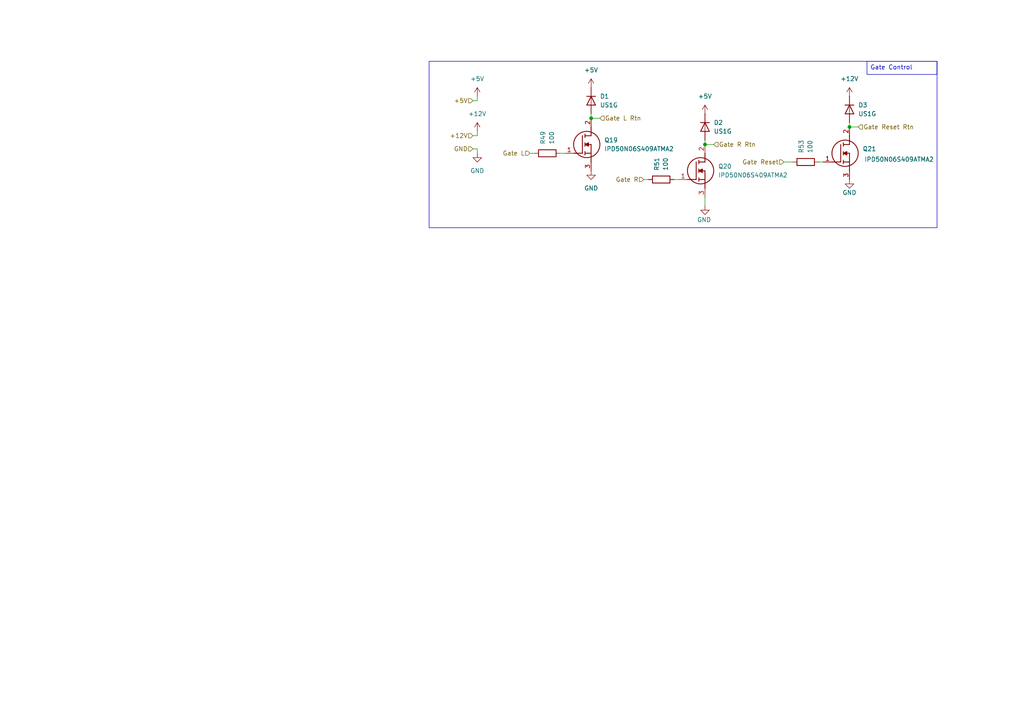
<source format=kicad_sch>
(kicad_sch (version 20250114) (generator "eeschema") (generator_version "9.0")
  (paper "A4")
  (lib_symbols
    (symbol "Device:R" (pin_numbers (hide yes)) (pin_names (offset 0))
      (property "Reference" "R" (at 2.032 0 90))
      (property "Value" "R" (at 0 0 90))
      (symbol "R_0_1"
        (rectangle (start -1.016 -2.54) (end 1.016 2.54) (stroke (width 0.254)))
      )
      (symbol "R_1_1"
        (pin passive line (at 0 3.81 270) (length 1.27) (name "~") (number "1"))
        (pin passive line (at 0 -3.81 90) (length 1.27) (name "~") (number "2"))
      )
    )
    (symbol "Diode:US1G" (pin_numbers (hide yes)) (pin_names (hide yes))
      (property "Reference" "D" (at 0 2.54 0))
      (property "Value" "US1G" (at 0 -2.54 0))
      (symbol "US1G_0_1"
        (polyline (pts (xy -1.27 1.27) (xy -1.27 -1.27)) (stroke (width 0.254)))
        (polyline (pts (xy 1.27 1.27) (xy 1.27 -1.27) (xy -1.27 0) (xy 1.27 1.27)) (stroke (width 0.254)))
        (polyline (pts (xy 1.27 0) (xy -1.27 0)))
      )
      (symbol "US1G_1_1"
        (pin passive line (at -3.81 0 0) (length 2.54) (name "K") (number "1"))
        (pin passive line (at 3.81 0 180) (length 2.54) (name "A") (number "2"))
      )
    )
    (symbol "SamacSys_Parts:IPD50N06S409ATMA2" (pin_names (hide yes))
      (property "Reference" "Q" (at 11.43 3.81 0))
      (property "Value" "IPD50N06S409ATMA2" (at 11.43 1.27 0))
      (symbol "IPD50N06S409ATMA2_1_1"
        (polyline (pts (xy 2.54 0) (xy 5.08 0)) (stroke (width 0.254)))
        (polyline (pts (xy 5.08 5.08) (xy 5.08 0)) (stroke (width 0.254)))
        (polyline (pts (xy 5.842 5.588) (xy 5.842 4.572)) (stroke (width 0.254)))
        (polyline (pts (xy 5.842 2.54) (xy 6.858 3.048) (xy 6.858 2.032) (xy 5.842 2.54)) (stroke (width 0.254)) (fill (type outline)))
        (polyline (pts (xy 5.842 2.032) (xy 5.842 3.048)) (stroke (width 0.254)))
        (polyline (pts (xy 5.842 0) (xy 7.62 0)) (stroke (width 0.254)))
        (polyline (pts (xy 5.842 -0.508) (xy 5.842 0.508)) (stroke (width 0.254)))
        (circle (center 6.35 2.54) (radius 3.81) (stroke (width 0.254)))
        (polyline (pts (xy 7.62 5.08) (xy 5.842 5.08)) (stroke (width 0.254)))
        (polyline (pts (xy 7.62 5.08) (xy 7.62 7.62)) (stroke (width 0.254)))
        (polyline (pts (xy 7.62 2.54) (xy 5.842 2.54)) (stroke (width 0.254)))
        (polyline (pts (xy 7.62 2.54) (xy 7.62 -2.54)) (stroke (width 0.254)))
        (pin passive line (at 0 0 0) (length 2.54) (name "G") (number "1"))
        (pin passive line (at 7.62 10.16 270) (length 2.54) (name "D") (number "2"))
        (pin passive line (at 7.62 -5.08 90) (length 2.54) (name "S") (number "3"))
      )
    )
    (symbol "power:+6V" (power) (pin_numbers (hide yes)) (pin_names (offset 0) (hide yes))
      (property "Value" "+6V" (at 0 3.556 0))
      (symbol "+6V_0_1"
        (polyline (pts (xy -0.762 1.27) (xy 0 2.54)))
        (polyline (pts (xy 0 2.54) (xy 0.762 1.27)))
        (polyline (pts (xy 0 0) (xy 0 2.54)))
      )
      (symbol "+6V_1_1"
        (pin power_in line (at 0 0 90) (length 0) (name "~") (number "1"))
      )
    )
    (symbol "power:GND" (power) (pin_names (offset 0))
      (property "Value" "GND" (at 0 -3.81 0))
      (symbol "GND_0_1"
        (polyline (pts (xy 0 0) (xy 0 -1.27) (xy 1.27 -1.27) (xy 0 -2.54) (xy -1.27 -1.27) (xy 0 -1.27)))
      )
      (symbol "GND_1_1"
        (pin power_in line (at 0 0 270) (length 0) (hide yes) (name "GND") (number "1"))
      )
    )
  )
  (rectangle (start 124.46 17.78) (end 271.78 66.04))
  (text_box "Gate Control" (at 251.46 17.78 0) (size 20.32 3.81) (margins 0.9525 0.9525 0.9525 0.9525) (effects (font (size 1.27 1.27)) (justify left top)))
  (junction (at 171.45 34.29))
  (junction (at 204.47 41.91))
  (junction (at 246.38 36.83))
  (wire (pts (xy 186.69 52.07) (xy 187.96 52.07)))
  (wire (pts (xy 227.33 46.99) (xy 229.87 46.99)))
  (wire (pts (xy 248.92 36.83) (xy 246.38 36.83)))
  (wire (pts (xy 171.45 33.02) (xy 171.45 34.29)))
  (wire (pts (xy 137.16 29.21) (xy 138.43 29.21)))
  (wire (pts (xy 204.47 59.69) (xy 204.47 57.15)))
  (wire (pts (xy 154.94 44.45) (xy 153.67 44.45)))
  (wire (pts (xy 195.58 52.07) (xy 196.85 52.07)))
  (wire (pts (xy 137.16 43.18) (xy 138.43 43.18)))
  (wire (pts (xy 171.45 34.29) (xy 173.99 34.29)))
  (wire (pts (xy 237.49 46.99) (xy 238.76 46.99)))
  (wire (pts (xy 138.43 27.94) (xy 138.43 29.21)))
  (wire (pts (xy 246.38 35.56) (xy 246.38 36.83)))
  (wire (pts (xy 207.01 41.91) (xy 204.47 41.91)))
  (wire (pts (xy 138.43 38.1) (xy 138.43 39.37)))
  (wire (pts (xy 162.56 44.45) (xy 163.83 44.45)))
  (wire (pts (xy 137.16 39.37) (xy 138.43 39.37)))
  (wire (pts (xy 138.43 43.18) (xy 138.43 44.45)))
  (wire (pts (xy 204.47 40.64) (xy 204.47 41.91)))
  (hierarchical_label "Gate R Rtn" (shape input) (at 207.01 41.91 0))
  (hierarchical_label "Gate L Rtn" (shape input) (at 173.99 34.29 0))
  (hierarchical_label "+12V" (shape input) (at 137.16 39.37 180))
  (hierarchical_label "Gate R" (shape input) (at 186.69 52.07 180))
  (hierarchical_label "+5V" (shape input) (at 137.16 29.21 180))
  (hierarchical_label "Gate Reset Rtn" (shape input) (at 248.92 36.83 0))
  (hierarchical_label "Gate L" (shape input) (at 153.67 44.45 180))
  (hierarchical_label "GND" (shape input) (at 137.16 43.18 180))
  (hierarchical_label "Gate Reset" (shape input) (at 227.33 46.99 180))
  (symbol (lib_id "SamacSys_Parts:IPD50N06S409ATMA2") (at 163.83 44.45 0) (unit 1)
    (property "Reference" "Q19" (at 175.26 40.6399 0) (effects (justify left)))
    (property "Value" "IPD50N06S409ATMA2" (at 175.26 43.1799 0) (effects (justify left)))
    (property "Footprint" "Package_TO_SOT_SMD:TO-252-3_TabPin2" (effects (hide yes)))
    (property "Datasheet" "https://www.infineon.com/dgdl/Infineon-IPD50N06S4_09-DS-v01_02-en.pdf?fileId=db3a30431ff9881501203870aee40c8c" (effects (hide yes)))
    (property "Description" "N-Channel 60 V 50A (Tc) 71W (Tc) Surface Mount PG-TO252-3-11" (effects (hide yes)))
    (property "Height" "2.5" (effects (hide yes)))
    (property "Mouser Part Number" "726-IPD50N06S409ATMA" (effects (hide yes)))
    (property "Mouser Price/Stock" "https://www.mouser.co.uk/ProductDetail/Infineon-Technologies/IPD50N06S409ATMA2?qs=OwbwYO03UsIm49AeD%252B7JZQ%3D%3D" (effects (hide yes)))
    (property "Manufacturer_Name" "Infineon" (effects (hide yes)))
    (property "Manufacturer_Part_Number" "IPD50N06S409ATMA2" (effects (hide yes)))
  )
  (symbol (lib_id "power:GND") (at 171.45 49.53 0) (unit 1)
    (property "Reference" "#PWR091" (effects (hide yes)))
    (property "Value" "GND" (at 171.45 54.61 0))
    (property "Description" "Power symbol creates a global label with name \"GND\" , ground" (effects (hide yes)))
  )
  (symbol (lib_id "power:+6V") (at 171.45 25.4 0) (unit 1)
    (property "Reference" "#PWR090" (effects (hide yes)))
    (property "Value" "+5V" (at 171.45 20.32 0))
    (property "Description" "Power symbol creates a global label with name \"+6V\"" (effects (hide yes)))
  )
  (symbol (lib_id "power:GND") (at 138.43 44.45 0) (unit 1)
    (property "Reference" "#PWR087" (effects (hide yes)))
    (property "Value" "GND" (at 138.43 49.53 0))
    (property "Description" "Power symbol creates a global label with name \"GND\" , ground" (effects (hide yes)))
  )
  (symbol (lib_id "Device:R") (at 158.75 44.45 90) (unit 1)
    (property "Reference" "R49" (at 157.4799 41.91 0) (effects (justify left)))
    (property "Value" "100" (at 160.0199 41.91 0) (effects (justify left)))
    (property "Footprint" "Resistor_SMD:R_0805_2012Metric" (effects (hide yes)))
    (property "Description" "Resistor" (effects (hide yes)))
  )
  (symbol (lib_id "power:+6V") (at 246.38 27.94 0) (unit 1)
    (property "Reference" "#PWR098" (effects (hide yes)))
    (property "Value" "+12V" (at 246.38 22.86 0))
    (property "Description" "Power symbol creates a global label with name \"+6V\"" (effects (hide yes)))
  )
  (symbol (lib_id "Diode:US1G") (at 171.45 29.21 270) (unit 1)
    (property "Reference" "D1" (at 173.99 27.9399 90) (effects (justify left)))
    (property "Value" "US1G" (at 173.99 30.4799 90) (effects (justify left)))
    (property "Footprint" "Diode_SMD:D_SMA" (effects (hide yes)))
    (property "Datasheet" "https://www.diodes.com/assets/Datasheets/ds16008.pdf" (effects (hide yes)))
    (property "Description" "400V, 1A, General Purpose Rectifier Diode, SMA(DO-214AC)" (effects (hide yes)))
    (property "Sim.Device" "D" (effects (hide yes)))
    (property "Sim.Pins" "1=K 2=A" (effects (hide yes)))
  )
  (symbol (lib_id "power:+6V") (at 138.43 27.94 0) (unit 1)
    (property "Reference" "#PWR086" (effects (hide yes)))
    (property "Value" "+5V" (at 138.43 22.86 0))
    (property "Description" "Power symbol creates a global label with name \"+6V\"" (effects (hide yes)))
  )
  (symbol (lib_id "SamacSys_Parts:IPD50N06S409ATMA2") (at 196.85 52.07 0) (unit 1)
    (property "Reference" "Q20" (at 208.28 48.2599 0) (effects (justify left)))
    (property "Value" "IPD50N06S409ATMA2" (at 208.28 50.7999 0) (effects (justify left)))
    (property "Footprint" "Package_TO_SOT_SMD:TO-252-3_TabPin2" (effects (hide yes)))
    (property "Datasheet" "https://www.infineon.com/dgdl/Infineon-IPD50N06S4_09-DS-v01_02-en.pdf?fileId=db3a30431ff9881501203870aee40c8c" (effects (hide yes)))
    (property "Description" "N-Channel 60 V 50A (Tc) 71W (Tc) Surface Mount PG-TO252-3-11" (effects (hide yes)))
    (property "Height" "2.5" (effects (hide yes)))
    (property "Mouser Part Number" "726-IPD50N06S409ATMA" (effects (hide yes)))
    (property "Mouser Price/Stock" "https://www.mouser.co.uk/ProductDetail/Infineon-Technologies/IPD50N06S409ATMA2?qs=OwbwYO03UsIm49AeD%252B7JZQ%3D%3D" (effects (hide yes)))
    (property "Manufacturer_Name" "Infineon" (effects (hide yes)))
    (property "Manufacturer_Part_Number" "IPD50N06S409ATMA2" (effects (hide yes)))
  )
  (symbol (lib_id "power:GND") (at 204.47 59.69 0) (unit 1)
    (property "Reference" "#PWR095" (effects (hide yes)))
    (property "Value" "GND" (at 204.216 63.754 0))
    (property "Description" "Power symbol creates a global label with name \"GND\" , ground" (effects (hide yes)))
  )
  (symbol (lib_id "power:+6V") (at 138.43 38.1 0) (unit 1)
    (property "Reference" "#PWR088" (effects (hide yes)))
    (property "Value" "+12V" (at 138.43 33.02 0))
    (property "Description" "Power symbol creates a global label with name \"+6V\"" (effects (hide yes)))
  )
  (symbol (lib_id "power:+6V") (at 204.47 33.02 0) (unit 1)
    (property "Reference" "#PWR094" (effects (hide yes)))
    (property "Value" "+5V" (at 204.47 27.94 0))
    (property "Description" "Power symbol creates a global label with name \"+6V\"" (effects (hide yes)))
  )
  (symbol (lib_id "power:GND") (at 246.38 52.07 0) (unit 1)
    (property "Reference" "#PWR099" (effects (hide yes)))
    (property "Value" "GND" (at 246.38 55.88 0))
    (property "Description" "Power symbol creates a global label with name \"GND\" , ground" (effects (hide yes)))
  )
  (symbol (lib_id "Diode:US1G") (at 246.38 31.75 270) (unit 1)
    (property "Reference" "D3" (at 248.92 30.4799 90) (effects (justify left)))
    (property "Value" "US1G" (at 248.92 33.0199 90) (effects (justify left)))
    (property "Footprint" "Diode_SMD:D_SMA" (effects (hide yes)))
    (property "Datasheet" "https://www.diodes.com/assets/Datasheets/ds16008.pdf" (effects (hide yes)))
    (property "Description" "400V, 1A, General Purpose Rectifier Diode, SMA(DO-214AC)" (effects (hide yes)))
    (property "Sim.Device" "D" (effects (hide yes)))
    (property "Sim.Pins" "1=K 2=A" (effects (hide yes)))
  )
  (symbol (lib_id "SamacSys_Parts:IPD50N06S409ATMA2") (at 238.76 46.99 0) (unit 1)
    (property "Reference" "Q21" (at 250.19 43.1799 0) (effects (justify left)))
    (property "Value" "IPD50N06S409ATMA2" (at 250.698 46.228 0) (effects (justify left)))
    (property "Footprint" "Package_TO_SOT_SMD:TO-252-3_TabPin2" (effects (hide yes)))
    (property "Datasheet" "https://www.infineon.com/dgdl/Infineon-IPD50N06S4_09-DS-v01_02-en.pdf?fileId=db3a30431ff9881501203870aee40c8c" (effects (hide yes)))
    (property "Description" "N-Channel 60 V 50A (Tc) 71W (Tc) Surface Mount PG-TO252-3-11" (effects (hide yes)))
    (property "Height" "2.5" (effects (hide yes)))
    (property "Mouser Part Number" "726-IPD50N06S409ATMA" (effects (hide yes)))
    (property "Mouser Price/Stock" "https://www.mouser.co.uk/ProductDetail/Infineon-Technologies/IPD50N06S409ATMA2?qs=OwbwYO03UsIm49AeD%252B7JZQ%3D%3D" (effects (hide yes)))
    (property "Manufacturer_Name" "Infineon" (effects (hide yes)))
    (property "Manufacturer_Part_Number" "IPD50N06S409ATMA2" (effects (hide yes)))
  )
  (symbol (lib_id "Diode:US1G") (at 204.47 36.83 270) (unit 1)
    (property "Reference" "D2" (at 207.01 35.5599 90) (effects (justify left)))
    (property "Value" "US1G" (at 207.01 38.0999 90) (effects (justify left)))
    (property "Footprint" "Diode_SMD:D_SMA" (effects (hide yes)))
    (property "Datasheet" "https://www.diodes.com/assets/Datasheets/ds16008.pdf" (effects (hide yes)))
    (property "Description" "400V, 1A, General Purpose Rectifier Diode, SMA(DO-214AC)" (effects (hide yes)))
    (property "Sim.Device" "D" (effects (hide yes)))
    (property "Sim.Pins" "1=K 2=A" (effects (hide yes)))
  )
  (symbol (lib_id "Device:R") (at 233.68 46.99 90) (unit 1)
    (property "Reference" "R53" (at 232.4099 44.45 0) (effects (justify left)))
    (property "Value" "100" (at 234.9499 44.45 0) (effects (justify left)))
    (property "Footprint" "Resistor_SMD:R_0805_2012Metric" (effects (hide yes)))
    (property "Description" "Resistor" (effects (hide yes)))
  )
  (symbol (lib_id "Device:R") (at 191.77 52.07 90) (unit 1)
    (property "Reference" "R51" (at 190.4999 49.53 0) (effects (justify left)))
    (property "Value" "100" (at 193.0399 49.53 0) (effects (justify left)))
    (property "Footprint" "Resistor_SMD:R_0805_2012Metric" (effects (hide yes)))
    (property "Description" "Resistor" (effects (hide yes)))
  )
)
</source>
